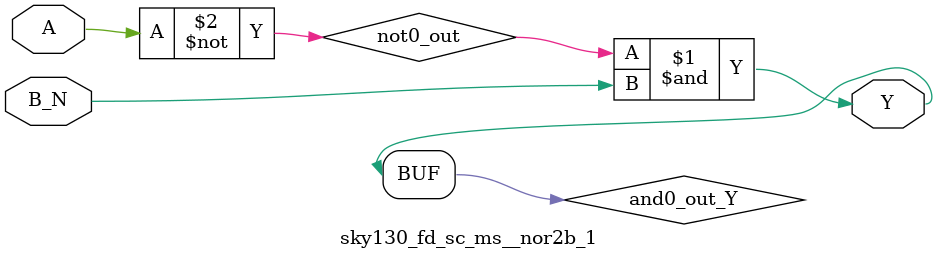
<source format=v>
/*
 * Copyright 2020 The SkyWater PDK Authors
 *
 * Licensed under the Apache License, Version 2.0 (the "License");
 * you may not use this file except in compliance with the License.
 * You may obtain a copy of the License at
 *
 *     https://www.apache.org/licenses/LICENSE-2.0
 *
 * Unless required by applicable law or agreed to in writing, software
 * distributed under the License is distributed on an "AS IS" BASIS,
 * WITHOUT WARRANTIES OR CONDITIONS OF ANY KIND, either express or implied.
 * See the License for the specific language governing permissions and
 * limitations under the License.
 *
 * SPDX-License-Identifier: Apache-2.0
*/


`ifndef SKY130_FD_SC_MS__NOR2B_1_FUNCTIONAL_V
`define SKY130_FD_SC_MS__NOR2B_1_FUNCTIONAL_V

/**
 * nor2b: 2-input NOR, first input inverted.
 *
 *        Y = !(A | B | C | !D)
 *
 * Verilog simulation functional model.
 */

`timescale 1ns / 1ps
`default_nettype none

`celldefine
module sky130_fd_sc_ms__nor2b_1 (
    Y  ,
    A  ,
    B_N
);

    // Module ports
    output Y  ;
    input  A  ;
    input  B_N;

    // Local signals
    wire not0_out  ;
    wire and0_out_Y;

    //  Name  Output      Other arguments
    not not0 (not0_out  , A              );
    and and0 (and0_out_Y, not0_out, B_N  );
    buf buf0 (Y         , and0_out_Y     );

endmodule
`endcelldefine

`default_nettype wire
`endif  // SKY130_FD_SC_MS__NOR2B_1_FUNCTIONAL_V

</source>
